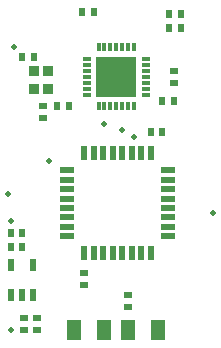
<source format=gtp>
G04*
G04 #@! TF.GenerationSoftware,Altium Limited,Altium Designer,23.1.1 (15)*
G04*
G04 Layer_Color=8421504*
%FSLAX44Y44*%
%MOMM*%
G71*
G04*
G04 #@! TF.SameCoordinates,FB4B256A-0760-47AD-9AE0-A9630314D06F*
G04*
G04*
G04 #@! TF.FilePolarity,Positive*
G04*
G01*
G75*
%ADD11R,0.9000X0.9500*%
%ADD12C,0.5000*%
%ADD13R,1.3000X1.7000*%
%ADD14R,0.6000X0.7000*%
%ADD15R,0.7000X0.6000*%
%ADD16R,0.3000X0.7000*%
%ADD17R,3.5000X3.5000*%
%ADD18R,0.7000X0.3000*%
%ADD19R,0.5000X1.2000*%
%ADD20R,1.2000X0.5000*%
%ADD21R,0.6000X1.1000*%
D11*
X30000Y265250D02*
D03*
X42000Y249750D02*
D03*
Y265250D02*
D03*
X30000Y249750D02*
D03*
D12*
X115000Y209000D02*
D03*
X105000Y215000D02*
D03*
X90000Y220000D02*
D03*
X43000Y189000D02*
D03*
X13000Y285000D02*
D03*
X8500Y160500D02*
D03*
X182000Y145000D02*
D03*
X10500Y138000D02*
D03*
Y46000D02*
D03*
D13*
X64000D02*
D03*
X90000D02*
D03*
X110000D02*
D03*
X135000D02*
D03*
D14*
X144500Y313000D02*
D03*
X154500D02*
D03*
X81000Y315000D02*
D03*
X71000D02*
D03*
X154500Y301000D02*
D03*
X144500D02*
D03*
X149000Y240000D02*
D03*
X139000D02*
D03*
X50000Y235000D02*
D03*
X60000D02*
D03*
X20000Y277000D02*
D03*
X30000D02*
D03*
X139000Y213000D02*
D03*
X129000D02*
D03*
X20500Y116000D02*
D03*
X10500D02*
D03*
X20500Y128000D02*
D03*
X10500D02*
D03*
D15*
X110000Y75000D02*
D03*
Y65000D02*
D03*
X149000Y255000D02*
D03*
Y265000D02*
D03*
X38000Y225000D02*
D03*
Y235000D02*
D03*
X73000Y84000D02*
D03*
Y94000D02*
D03*
X32500Y56000D02*
D03*
Y46000D02*
D03*
X21500Y56000D02*
D03*
Y46000D02*
D03*
D16*
X100000Y285000D02*
D03*
X105000D02*
D03*
X110000D02*
D03*
X115000D02*
D03*
X95000D02*
D03*
X90000D02*
D03*
X85000D02*
D03*
X100000Y235000D02*
D03*
X95000D02*
D03*
X90000D02*
D03*
X85000D02*
D03*
X105000D02*
D03*
X110000D02*
D03*
X115000D02*
D03*
D17*
X100000Y260000D02*
D03*
D18*
X75000D02*
D03*
Y265000D02*
D03*
Y270000D02*
D03*
Y275000D02*
D03*
Y255000D02*
D03*
Y250000D02*
D03*
Y245000D02*
D03*
X125000Y260000D02*
D03*
Y255000D02*
D03*
Y250000D02*
D03*
Y245000D02*
D03*
Y265000D02*
D03*
Y270000D02*
D03*
Y275000D02*
D03*
D19*
X129000Y195500D02*
D03*
X121000D02*
D03*
X113000D02*
D03*
X105000D02*
D03*
X73000D02*
D03*
X81000D02*
D03*
X89000D02*
D03*
X97000D02*
D03*
X73000Y110500D02*
D03*
X81000D02*
D03*
X89000D02*
D03*
X97000D02*
D03*
X129000D02*
D03*
X121000D02*
D03*
X113000D02*
D03*
X105000D02*
D03*
D20*
X58500Y181000D02*
D03*
Y173000D02*
D03*
Y165000D02*
D03*
Y157000D02*
D03*
Y125000D02*
D03*
Y133000D02*
D03*
Y141000D02*
D03*
Y149000D02*
D03*
X143500Y125000D02*
D03*
Y133000D02*
D03*
Y141000D02*
D03*
Y149000D02*
D03*
Y181000D02*
D03*
Y173000D02*
D03*
Y165000D02*
D03*
Y157000D02*
D03*
D21*
X20000Y75000D02*
D03*
X10500Y101000D02*
D03*
X29500D02*
D03*
Y75000D02*
D03*
X10500D02*
D03*
M02*

</source>
